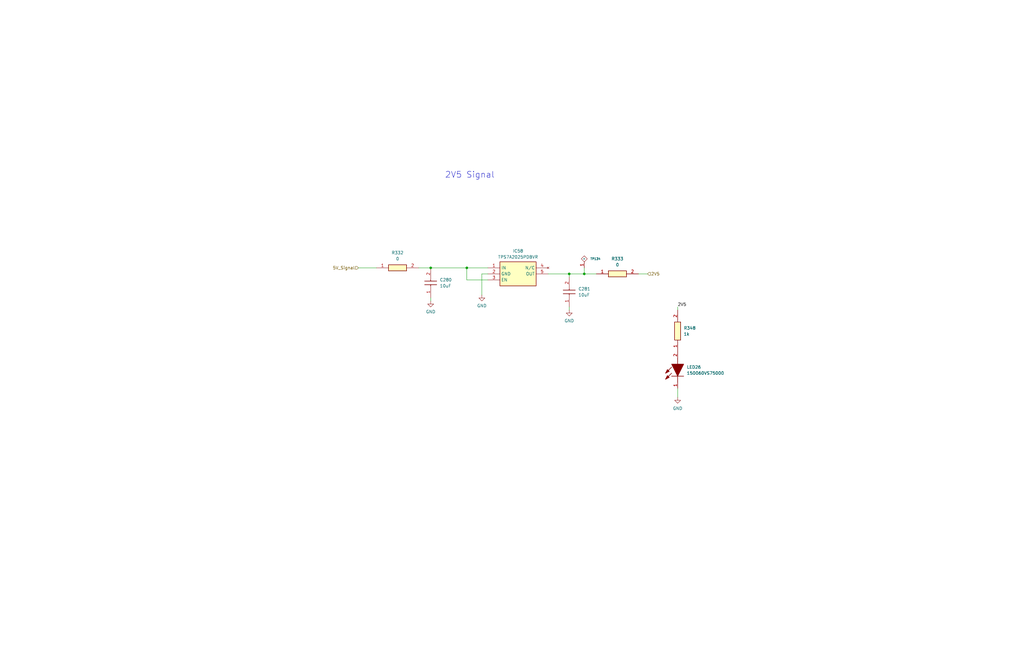
<source format=kicad_sch>
(kicad_sch (version 20231120) (generator "eeschema") (generator_version "8.0")
  (paper "B")
  (title_block (title "Audio System") (date "2025-02-06") (rev "P1") (company "Wolfe Engineering"))
  (lib_symbols
    (symbol "1 Audio Amp:150060VS75000" (pin_names hide)
      (property "Reference" "LED" (at 12.7 8.89 0))
      (property "Value" "150060VS75000" (at 12.7 6.35 0))
      (symbol "150060VS75000_1_1"
        (polyline (pts (xy 2.54 0) (xy 5.08 0)) (stroke (width 0.254)))
        (polyline (pts (xy 5.08 2.54) (xy 5.08 -2.54)) (stroke (width 0.254)))
        (polyline (pts (xy 6.35 2.54) (xy 3.81 5.08)) (stroke (width 0.254)))
        (polyline (pts (xy 8.89 2.54) (xy 6.35 5.08)) (stroke (width 0.254)))
        (polyline (pts (xy 10.16 0) (xy 12.7 0)) (stroke (width 0.254)))
        (polyline (pts (xy 5.08 0) (xy 10.16 2.54) (xy 10.16 -2.54) (xy 5.08 0)) (stroke (width 0.254)) (fill (type outline)))
        (polyline (pts (xy 5.334 4.318) (xy 4.572 3.556) (xy 3.81 5.08) (xy 5.334 4.318)) (stroke (width 0.254)) (fill (type outline)))
        (polyline (pts (xy 7.874 4.318) (xy 7.112 3.556) (xy 6.35 5.08) (xy 7.874 4.318)) (stroke (width 0.254)) (fill (type outline)))
        (pin passive line (at 0 0 0) (length 2.54) (name "K") (number "1"))
        (pin passive line (at 15.24 0 180) (length 2.54) (name "A") (number "2"))
      )
    )
    (symbol "1 Audio Amp:RC0603FR-071KL" (pin_names hide)
      (property "Reference" "R" (at 13.97 6.35 0))
      (property "Value" "RC0603FR-071KL" (at 13.97 3.81 0))
      (symbol "RC0603FR-071KL_1_1"
        (rectangle (start 5.08 1.27) (end 12.7 -1.27) (stroke (width 0.254)) (fill (type background)))
        (pin passive line (at 0 0 0) (length 5.08) (name "1") (number "1"))
        (pin passive line (at 17.78 0 180) (length 5.08) (name "2") (number "2"))
      )
    )
    (symbol "1 Audio Amp:RC0603JR-070RL" (pin_names hide)
      (property "Reference" "R" (at 13.97 6.35 0))
      (property "Value" "RC0603JR-070RL" (at 13.97 3.81 0))
      (symbol "RC0603JR-070RL_1_1"
        (rectangle (start 5.08 1.27) (end 12.7 -1.27) (stroke (width 0.254)) (fill (type background)))
        (pin passive line (at 0 0 0) (length 5.08) (name "1") (number "1"))
        (pin passive line (at 17.78 0 180) (length 5.08) (name "2") (number "2"))
      )
    )
    (symbol "Audio System:GRM21BR61C106KE15K" (pin_names hide)
      (property "Reference" "C" (at 8.89 6.35 0))
      (property "Value" "GRM21BR61C106KE15K" (at 8.89 3.81 0))
      (symbol "GRM21BR61C106KE15K_1_1"
        (polyline (pts (xy 5.08 0) (xy 5.588 0)) (stroke (width 0.254)))
        (polyline (pts (xy 5.588 2.54) (xy 5.588 -2.54)) (stroke (width 0.254)))
        (polyline (pts (xy 7.112 0) (xy 7.62 0)) (stroke (width 0.254)))
        (polyline (pts (xy 7.112 2.54) (xy 7.112 -2.54)) (stroke (width 0.254)))
        (pin passive line (at 0 0 0) (length 5.08) (name "1") (number "1"))
        (pin passive line (at 12.7 0 180) (length 5.08) (name "2") (number "2"))
      )
    )
    (symbol "Audio System:TP"
      (property "Reference" "TP" (at 2.54 -1.27 0))
      (symbol "TP_0_1"
        (polyline (pts (xy 0 -1.27) (xy 1.27 0) (xy 0 1.27) (xy -1.27 0) (xy 0 -1.27)))
      )
      (symbol "TP_1_1"
        (pin input line (at 0 -3.81 90) (length 2.54) (name "") (number "1"))
      )
    )
    (symbol "Audio System:TPS7A2025PDBVR"
      (property "Reference" "IC" (at 21.59 7.62 0))
      (property "Value" "TPS7A2025PDBVR" (at 21.59 5.08 0))
      (symbol "TPS7A2025PDBVR_1_1"
        (rectangle (start 5.08 2.54) (end 20.32 -7.62) (stroke (width 0.254)) (fill (type background)))
        (pin passive line (at 0 0 0) (length 5.08) (name "IN") (number "1"))
        (pin passive line (at 0 -2.54 0) (length 5.08) (name "GND") (number "2"))
        (pin passive line (at 0 -5.08 0) (length 5.08) (name "EN") (number "3"))
        (pin no_connect line (at 25.4 0 180) (length 5.08) (name "N/C") (number "4"))
        (pin passive line (at 25.4 -2.54 180) (length 5.08) (name "OUT") (number "5"))
      )
    )
    (symbol "GND_1" (power) (pin_names (offset 0))
      (property "Value" "GND" (at 0 -3.81 0))
      (symbol "GND_1_0_1"
        (polyline (pts (xy 0 0) (xy 0 -1.27) (xy 1.27 -1.27) (xy 0 -2.54) (xy -1.27 -1.27) (xy 0 -1.27)))
      )
      (symbol "GND_1_1_1"
        (pin power_in line (at 0 0 270) (length 0) hide (name "GND") (number "1"))
      )
    )
    (symbol "GND_2" (power) (pin_names (offset 0))
      (property "Value" "GND" (at 0 -3.81 0))
      (symbol "GND_2_0_1"
        (polyline (pts (xy 0 0) (xy 0 -1.27) (xy 1.27 -1.27) (xy 0 -2.54) (xy -1.27 -1.27) (xy 0 -1.27)))
      )
      (symbol "GND_2_1_1"
        (pin power_in line (at 0 0 270) (length 0) hide (name "GND") (number "1"))
      )
    )
    (symbol "GND_20" (power) (pin_names (offset 0))
      (property "Value" "GND" (at 0 -3.81 0))
      (symbol "GND_20_0_1"
        (polyline (pts (xy 0 0) (xy 0 -1.27) (xy 1.27 -1.27) (xy 0 -2.54) (xy -1.27 -1.27) (xy 0 -1.27)))
      )
      (symbol "GND_20_1_1"
        (pin power_in line (at 0 0 270) (length 0) hide (name "GND") (number "1"))
      )
    )
    (symbol "power:GND" (power) (pin_names (offset 0))
      (property "Value" "GND" (at 0 -3.81 0))
      (symbol "GND_0_1"
        (polyline (pts (xy 0 0) (xy 0 -1.27) (xy 1.27 -1.27) (xy 0 -2.54) (xy -1.27 -1.27) (xy 0 -1.27)))
      )
      (symbol "GND_1_1"
        (pin power_in line (at 0 0 270) (length 0) hide (name "GND") (number "1"))
      )
    )
  )
  (junction (at 240.03 115.57))
  (junction (at 181.61 113.03))
  (junction (at 196.85 113.03))
  (junction (at 246.38 115.57))
  (wire (pts (xy 231.14 115.57) (xy 240.03 115.57)))
  (wire (pts (xy 269.24 115.57) (xy 273.05 115.57)))
  (wire (pts (xy 246.38 113.03) (xy 246.38 115.57)))
  (wire (pts (xy 176.53 113.03) (xy 181.61 113.03)))
  (wire (pts (xy 196.85 113.03) (xy 205.74 113.03)))
  (wire (pts (xy 181.61 125.73) (xy 181.61 127)))
  (wire (pts (xy 240.03 115.57) (xy 246.38 115.57)))
  (wire (pts (xy 246.38 115.57) (xy 251.46 115.57)))
  (wire (pts (xy 203.2 115.57) (xy 203.2 124.46)))
  (wire (pts (xy 196.85 118.11) (xy 196.85 113.03)))
  (wire (pts (xy 205.74 118.11) (xy 196.85 118.11)))
  (wire (pts (xy 151.13 113.03) (xy 158.75 113.03)))
  (wire (pts (xy 240.03 129.54) (xy 240.03 130.81)))
  (wire (pts (xy 240.03 115.57) (xy 240.03 116.84)))
  (wire (pts (xy 285.75 163.83) (xy 285.75 167.64)))
  (wire (pts (xy 181.61 113.03) (xy 196.85 113.03)))
  (wire (pts (xy 285.75 129.54) (xy 285.75 130.81)))
  (wire (pts (xy 205.74 115.57) (xy 203.2 115.57)))
  (text "2V5 Signal" (at 198.12 73.914 0) (effects (font (size 2.54 2.54))))
  (label "2V5" (at 285.75 129.54 0))
  (hierarchical_label "5V_Signal" (shape input) (at 151.13 113.03 180))
  (hierarchical_label "2V5" (shape input) (at 273.05 115.57 0))
  (symbol (lib_id "Audio System:TP") (at 246.38 109.22 0) (unit 1) (exclude_from_sim yes) (in_bom no)
    (property "Reference" "TP134" (at 248.92 109.2199 0) (effects (font (size 0.9 0.9)) (justify left)))
    (property "Value" "~" (at 246.38 109.22 0))
    (property "Footprint" "1 Audio Amp:TP" (effects (hide yes)))
  )
  (symbol (lib_id "power:GND") (at 181.61 127 0) (unit 1)
    (property "Reference" "#PWR0366" (effects (hide yes)))
    (property "Value" "GND" (at 181.61 131.572 0))
  )
  (symbol (lib_name "GND_1") (lib_id "power:GND") (at 240.03 130.81 0) (unit 1)
    (property "Reference" "#PWR0368" (effects (hide yes)))
    (property "Value" "GND" (at 240.03 135.382 0))
  )
  (symbol (lib_name "GND_20") (lib_id "power:GND") (at 285.75 167.64 0) (unit 1)
    (property "Reference" "#PWR047" (effects (hide yes)))
    (property "Value" "GND" (at 285.75 172.339 0))
  )
  (symbol (lib_id "Audio System:GRM21BR61C106KE15K") (at 181.61 125.73 90) (unit 1)
    (property "Reference" "C280" (at 185.42 118.11 90) (effects (justify right)))
    (property "Value" "10uF" (at 185.42 120.65 90) (effects (justify right)))
    (property "Footprint" "1 Audio Amp:CAPC2012X145N" (effects (hide yes)))
    (property "Datasheet" "http://www.murata.com/~/media/webrenewal/support/library/catalog/products/capacitor/mlcc/c02e.pdf" (effects (hide yes)))
    (property "Height" "1.45" (effects (hide yes)))
    (property "Manufacturer_Name" "Murata Electronics" (effects (hide yes)))
    (property "Manufacturer_Part_Number" "GRM21BR61C106KE15K" (effects (hide yes)))
    (property "Mouser Part Number" "81-GRM21BR61C106KE5K" (effects (hide yes)))
    (property "Mouser Price/Stock" "https://www.mouser.co.uk/ProductDetail/Murata-Electronics/GRM21BR61C106KE15K?qs=h0WOCFF19ULjTOS37upAEw%3D%3D" (effects (hide yes)))
    (property "Arrow Part Number" "GRM21BR61C106KE15K" (effects (hide yes)))
    (property "Arrow Price/Stock" "https://www.arrow.com/en/products/grm21br61c106ke15k/murata-manufacturing?utm_currency=USD&region=nac" (effects (hide yes)))
  )
  (symbol (lib_name "GND_2") (lib_id "power:GND") (at 203.2 124.46 0) (unit 1)
    (property "Reference" "#PWR0367" (effects (hide yes)))
    (property "Value" "GND" (at 203.2 129.032 0))
  )
  (symbol (lib_id "1 Audio Amp:150060VS75000") (at 285.75 163.83 90) (unit 1)
    (property "Reference" "LED26" (at 289.56 154.9399 90) (effects (justify right)))
    (property "Value" "150060VS75000" (at 289.56 157.4799 90) (effects (justify right)))
    (property "Footprint" "LEDC1608X80N" (effects (hide yes)))
    (property "Datasheet" "https://componentsearchengine.com/Datasheets/2/150060VS75000.pdf" (effects (hide yes)))
    (property "Description" "2.4 V Green LED 1608 (0603) SMD, Wurth Elektronik WL-SMCW 150060VS75000" (effects (hide yes)))
    (property "Height" "0.8" (effects (hide yes)))
    (property "Manufacturer_Name" "Wurth Elektronik" (effects (hide yes)))
    (property "Manufacturer_Part_Number" "150060VS75000" (effects (hide yes)))
    (property "Mouser Part Number" "710-150060VS75000" (effects (hide yes)))
    (property "Mouser Price/Stock" "https://www.mouser.co.uk/ProductDetail/Wurth-Elektronik/150060VS75000?qs=LlUlMxKIyB1Q1Bi5mQ%2FKLw%3D%3D" (effects (hide yes)))
  )
  (symbol (lib_id "1 Audio Amp:RC0603JR-070RL") (at 251.46 115.57 0) (unit 1)
    (property "Reference" "R333" (at 260.35 109.22 0))
    (property "Value" "0" (at 260.35 111.76 0))
    (property "Footprint" "1 Audio Amp:RESC1608X55N" (effects (hide yes)))
    (property "Datasheet" "https://componentsearchengine.com/Datasheets/2/RC0603JR-070RL.pdf" (effects (hide yes)))
    (property "Description" "Yageo 0, 0603 (1608M) Thick Film SMD Resistor - RC0603JR-070RL" (effects (hide yes)))
    (property "Height" "0.55" (effects (hide yes)))
    (property "Manufacturer_Name" "YAGEO" (effects (hide yes)))
    (property "Manufacturer_Part_Number" "RC0603JR-070RL" (effects (hide yes)))
    (property "Mouser Part Number" "603-RC0603JR-070RL" (effects (hide yes)))
    (property "Mouser Price/Stock" "https://www.mouser.co.uk/ProductDetail/YAGEO/RC0603JR-070RL?qs=2cAdsCoAWRGWyPcuXgGiXQ%3D%3D" (effects (hide yes)))
    (property "Arrow Part Number" "RC0603JR-070RL" (effects (hide yes)))
    (property "Arrow Price/Stock" "https://www.arrow.com/en/products/rc0603jr-070rl/yageo?utm_currency=USD&region=nac" (effects (hide yes)))
  )
  (symbol (lib_id "1 Audio Amp:RC0603FR-071KL") (at 285.75 148.59 90) (unit 1)
    (property "Reference" "R348" (at 288.29 138.4299 90) (effects (justify right)))
    (property "Value" "1k" (at 288.29 140.9699 90) (effects (justify right)))
    (property "Footprint" "RESC1608X55N" (effects (hide yes)))
    (property "Datasheet" "https://www.yageo.com/upload/media/product/productsearch/datasheet/rchip/PYu-RC_Group_51_RoHS_L_12.pdf" (effects (hide yes)))
    (property "Description" "Res Thick Film 0603 1K Ohm 1% 0.1W(1/10W) +/-100ppm/C Epoxy Pad SMD T/R" (effects (hide yes)))
    (property "Height" "0.55" (effects (hide yes)))
    (property "Manufacturer_Name" "YAGEO" (effects (hide yes)))
    (property "Manufacturer_Part_Number" "RC0603FR-071KL" (effects (hide yes)))
    (property "Mouser Part Number" "603-RC0603FR-071KL" (effects (hide yes)))
    (property "Mouser Price/Stock" "https://www.mouser.co.uk/ProductDetail/YAGEO/RC0603FR-071KL?qs=VU8sRB4EgwApHsk4rF%2F3zg%3D%3D" (effects (hide yes)))
    (property "Arrow Part Number" "RC0603FR-071KL" (effects (hide yes)))
    (property "Arrow Price/Stock" "https://www.arrow.com/en/products/rc0603fr-071kl/yageo?region=europe" (effects (hide yes)))
  )
  (symbol (lib_id "1 Audio Amp:RC0603JR-070RL") (at 158.75 113.03 0) (unit 1)
    (property "Reference" "R332" (at 167.64 106.68 0))
    (property "Value" "0" (at 167.64 109.22 0))
    (property "Footprint" "1 Audio Amp:RESC1608X55N" (effects (hide yes)))
    (property "Datasheet" "https://componentsearchengine.com/Datasheets/2/RC0603JR-070RL.pdf" (effects (hide yes)))
    (property "Description" "Yageo 0, 0603 (1608M) Thick Film SMD Resistor - RC0603JR-070RL" (effects (hide yes)))
    (property "Height" "0.55" (effects (hide yes)))
    (property "Manufacturer_Name" "YAGEO" (effects (hide yes)))
    (property "Manufacturer_Part_Number" "RC0603JR-070RL" (effects (hide yes)))
    (property "Mouser Part Number" "603-RC0603JR-070RL" (effects (hide yes)))
    (property "Mouser Price/Stock" "https://www.mouser.co.uk/ProductDetail/YAGEO/RC0603JR-070RL?qs=2cAdsCoAWRGWyPcuXgGiXQ%3D%3D" (effects (hide yes)))
    (property "Arrow Part Number" "RC0603JR-070RL" (effects (hide yes)))
    (property "Arrow Price/Stock" "https://www.arrow.com/en/products/rc0603jr-070rl/yageo?utm_currency=USD&region=nac" (effects (hide yes)))
  )
  (symbol (lib_id "Audio System:GRM21BR61C106KE15K") (at 240.03 129.54 90) (unit 1)
    (property "Reference" "C281" (at 243.84 121.92 90) (effects (justify right)))
    (property "Value" "10uF" (at 243.84 124.46 90) (effects (justify right)))
    (property "Footprint" "1 Audio Amp:CAPC2012X145N" (effects (hide yes)))
    (property "Datasheet" "http://www.murata.com/~/media/webrenewal/support/library/catalog/products/capacitor/mlcc/c02e.pdf" (effects (hide yes)))
    (property "Height" "1.45" (effects (hide yes)))
    (property "Manufacturer_Name" "Murata Electronics" (effects (hide yes)))
    (property "Manufacturer_Part_Number" "GRM21BR61C106KE15K" (effects (hide yes)))
    (property "Mouser Part Number" "81-GRM21BR61C106KE5K" (effects (hide yes)))
    (property "Mouser Price/Stock" "https://www.mouser.co.uk/ProductDetail/Murata-Electronics/GRM21BR61C106KE15K?qs=h0WOCFF19ULjTOS37upAEw%3D%3D" (effects (hide yes)))
    (property "Arrow Part Number" "GRM21BR61C106KE15K" (effects (hide yes)))
    (property "Arrow Price/Stock" "https://www.arrow.com/en/products/grm21br61c106ke15k/murata-manufacturing?utm_currency=USD&region=nac" (effects (hide yes)))
  )
  (symbol (lib_id "Audio System:TPS7A2025PDBVR") (at 205.74 113.03 0) (unit 1)
    (property "Reference" "IC58" (at 218.44 105.918 0))
    (property "Value" "TPS7A2025PDBVR" (at 218.44 108.458 0))
    (property "Footprint" "1 Audio Amp:SOT95P280X145-5N" (effects (hide yes)))
    (property "Datasheet" "https://www.ti.com/lit/ds/symlink/tps7a20.pdf?ts=1608958015178&ref_url=https%253A%252F%252Fwww.mouser.mx%252F" (effects (hide yes)))
    (property "Height" "1.45" (effects (hide yes)))
    (property "Manufacturer_Name" "Texas Instruments" (effects (hide yes)))
    (property "Manufacturer_Part_Number" "TPS7A2025PDBVR" (effects (hide yes)))
    (property "Mouser Part Number" "595-TPS7A2025PDBVR" (effects (hide yes)))
    (property "Mouser Price/Stock" "https://www.mouser.co.uk/ProductDetail/Texas-Instruments/TPS7A2025PDBVR?qs=hd1VzrDQEGjF%252BORCie8Lyg%3D%3D" (effects (hide yes)))
    (property "Arrow Part Number" "TPS7A2025PDBVR" (effects (hide yes)))
    (property "Arrow Price/Stock" "https://www.arrow.com/en/products/tps7a2025pdbvr/texas-instruments?utm_currency=USD&region=europe" (effects (hide yes)))
  )
)
</source>
